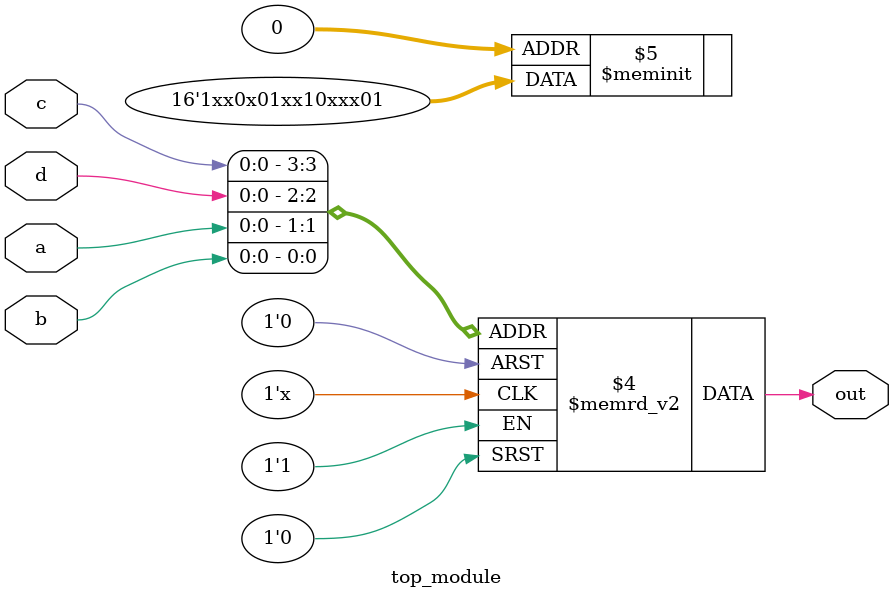
<source format=sv>
module top_module (
    input a, 
    input b,
    input c,
    input d,
    output reg out
);

always @(*) begin
    case ({c, d, a, b})
        4'b0000, 4'b0110, 4'b1001, 4'b1111: out = 1'b1;
        4'b0001, 4'b0101, 4'b1010, 4'b1100: out = 1'b0;
        default: out = 1'bx;
    endcase
end

endmodule

</source>
